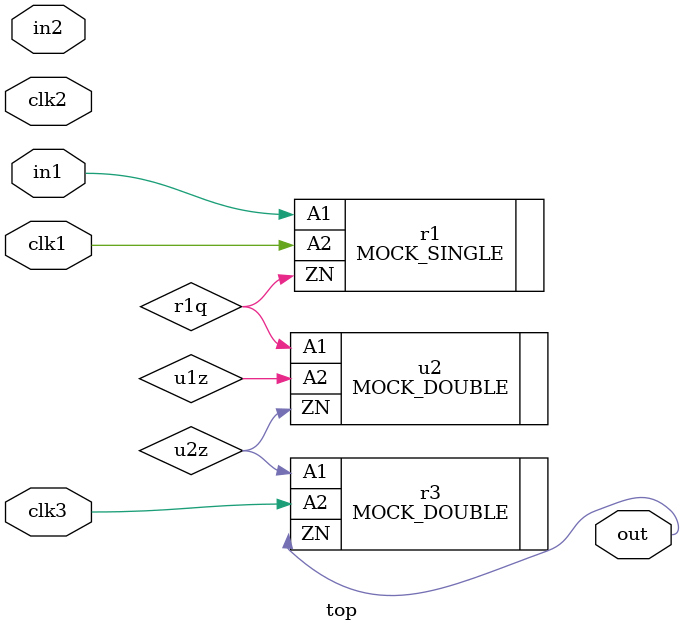
<source format=v>
module top (in1, in2, clk1, clk2, clk3, out);
  input in1, in2, clk1, clk2, clk3;
  output out;
  wire r1q, r2q, u1z, u2z;

  MOCK_SINGLE r1 (.A1(in1), .A2(clk1), .ZN(r1q));
  MOCK_SINGLE r2 (.A1(in2), .A2(clk2), .ZN(r2q));
  MOCK_DOUBLE u2 (.A1(r1q), .A2(u1z), .ZN(u2z));
  MOCK_DOUBLE r3 (.A1(u2z), .A2(clk3), .ZN(out));
endmodule // top

</source>
